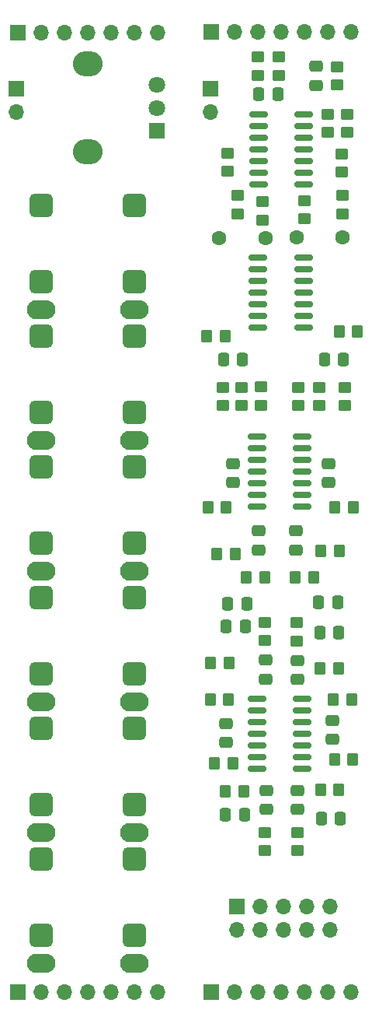
<source format=gbr>
%TF.GenerationSoftware,KiCad,Pcbnew,8.0.2*%
%TF.CreationDate,2025-05-20T09:10:07-07:00*%
%TF.ProjectId,ResEQ_Mini,52657345-515f-44d6-996e-692e6b696361,rev?*%
%TF.SameCoordinates,Original*%
%TF.FileFunction,Soldermask,Top*%
%TF.FilePolarity,Negative*%
%FSLAX46Y46*%
G04 Gerber Fmt 4.6, Leading zero omitted, Abs format (unit mm)*
G04 Created by KiCad (PCBNEW 8.0.2) date 2025-05-20 09:10:07*
%MOMM*%
%LPD*%
G01*
G04 APERTURE LIST*
G04 Aperture macros list*
%AMRoundRect*
0 Rectangle with rounded corners*
0 $1 Rounding radius*
0 $2 $3 $4 $5 $6 $7 $8 $9 X,Y pos of 4 corners*
0 Add a 4 corners polygon primitive as box body*
4,1,4,$2,$3,$4,$5,$6,$7,$8,$9,$2,$3,0*
0 Add four circle primitives for the rounded corners*
1,1,$1+$1,$2,$3*
1,1,$1+$1,$4,$5*
1,1,$1+$1,$6,$7*
1,1,$1+$1,$8,$9*
0 Add four rect primitives between the rounded corners*
20,1,$1+$1,$2,$3,$4,$5,0*
20,1,$1+$1,$4,$5,$6,$7,0*
20,1,$1+$1,$6,$7,$8,$9,0*
20,1,$1+$1,$8,$9,$2,$3,0*%
G04 Aperture macros list end*
%ADD10R,1.700000X1.700000*%
%ADD11O,1.700000X1.700000*%
%ADD12RoundRect,0.250000X0.450000X-0.350000X0.450000X0.350000X-0.450000X0.350000X-0.450000X-0.350000X0*%
%ADD13RoundRect,0.250000X-0.350000X-0.450000X0.350000X-0.450000X0.350000X0.450000X-0.350000X0.450000X0*%
%ADD14O,3.100000X2.100000*%
%ADD15RoundRect,0.650000X-0.650000X-0.650000X0.650000X-0.650000X0.650000X0.650000X-0.650000X0.650000X0*%
%ADD16RoundRect,0.250000X-0.450000X0.350000X-0.450000X-0.350000X0.450000X-0.350000X0.450000X0.350000X0*%
%ADD17RoundRect,0.250000X0.475000X-0.337500X0.475000X0.337500X-0.475000X0.337500X-0.475000X-0.337500X0*%
%ADD18RoundRect,0.150000X-0.825000X-0.150000X0.825000X-0.150000X0.825000X0.150000X-0.825000X0.150000X0*%
%ADD19RoundRect,0.250000X-0.475000X0.337500X-0.475000X-0.337500X0.475000X-0.337500X0.475000X0.337500X0*%
%ADD20RoundRect,0.250000X0.337500X0.475000X-0.337500X0.475000X-0.337500X-0.475000X0.337500X-0.475000X0*%
%ADD21O,3.240000X2.720000*%
%ADD22R,1.800000X1.800000*%
%ADD23C,1.800000*%
%ADD24RoundRect,0.250000X0.350000X0.450000X-0.350000X0.450000X-0.350000X-0.450000X0.350000X-0.450000X0*%
%ADD25RoundRect,0.250000X-0.337500X-0.475000X0.337500X-0.475000X0.337500X0.475000X-0.337500X0.475000X0*%
%ADD26C,1.600000*%
G04 APERTURE END LIST*
D10*
%TO.C,J14*%
X150007000Y-39853000D03*
D11*
X152547000Y-39853000D03*
X155087000Y-39853000D03*
X157627000Y-39853000D03*
X160167000Y-39853000D03*
X162707000Y-39853000D03*
X165247000Y-39853000D03*
%TD*%
D12*
%TO.C,R41*%
X153314400Y-80502000D03*
X153314400Y-78502000D03*
%TD*%
%TO.C,R35*%
X159461200Y-80502000D03*
X159461200Y-78502000D03*
%TD*%
D13*
%TO.C,R28*%
X153838400Y-99161600D03*
X155838400Y-99161600D03*
%TD*%
D14*
%TO.C,J1*%
X141624045Y-70081597D03*
D15*
X141624045Y-58681597D03*
X141624045Y-66981597D03*
%TD*%
D13*
%TO.C,R24*%
X163439600Y-119024400D03*
X165439600Y-119024400D03*
%TD*%
D10*
%TO.C,J15*%
X149982000Y-144272000D03*
D11*
X152522000Y-144272000D03*
X155062000Y-144272000D03*
X157602000Y-144272000D03*
X160142000Y-144272000D03*
X162682000Y-144272000D03*
X165222000Y-144272000D03*
%TD*%
D12*
%TO.C,R10*%
X157378400Y-44551600D03*
X157378400Y-42551600D03*
%TD*%
D16*
%TO.C,R37*%
X161747200Y-78502000D03*
X161747200Y-80502000D03*
%TD*%
D12*
%TO.C,R44*%
X160172400Y-60182000D03*
X160172400Y-58182000D03*
%TD*%
D14*
%TO.C,J3*%
X141624045Y-141201569D03*
D15*
X141624045Y-129801569D03*
X141624045Y-138101569D03*
%TD*%
D17*
%TO.C,C33*%
X162763200Y-88870700D03*
X162763200Y-86795700D03*
%TD*%
D18*
%TO.C,U3*%
X154954200Y-83870800D03*
X154954200Y-85140800D03*
X154954200Y-86410800D03*
X154954200Y-87680800D03*
X154954200Y-88950800D03*
X154954200Y-90220800D03*
X154954200Y-91490800D03*
X159904200Y-91490800D03*
X159904200Y-90220800D03*
X159904200Y-88950800D03*
X159904200Y-87680800D03*
X159904200Y-86410800D03*
X159904200Y-85140800D03*
X159904200Y-83870800D03*
%TD*%
%TO.C,U1*%
X155132000Y-48768000D03*
X155132000Y-50038000D03*
X155132000Y-51308000D03*
X155132000Y-52578000D03*
X155132000Y-53848000D03*
X155132000Y-55118000D03*
X155132000Y-56388000D03*
X160082000Y-56388000D03*
X160082000Y-55118000D03*
X160082000Y-53848000D03*
X160082000Y-52578000D03*
X160082000Y-51308000D03*
X160082000Y-50038000D03*
X160082000Y-48768000D03*
%TD*%
D12*
%TO.C,R55*%
X164185600Y-55102000D03*
X164185600Y-53102000D03*
%TD*%
D19*
%TO.C,C32*%
X152349200Y-86795700D03*
X152349200Y-88870700D03*
%TD*%
D12*
%TO.C,R56*%
X164287200Y-59623200D03*
X164287200Y-57623200D03*
%TD*%
D20*
%TO.C,C18*%
X153386700Y-75488800D03*
X151311700Y-75488800D03*
%TD*%
D21*
%TO.C,RV2*%
X136525000Y-52881600D03*
X136525000Y-43281600D03*
D22*
X144025000Y-50581600D03*
D23*
X144025000Y-48081600D03*
X144025000Y-45581600D03*
%TD*%
D14*
%TO.C,J10*%
X131464049Y-112753583D03*
D15*
X131464049Y-101353583D03*
X131464049Y-109653583D03*
%TD*%
D12*
%TO.C,R34*%
X164592000Y-80502000D03*
X164592000Y-78502000D03*
%TD*%
%TO.C,R14*%
X155803600Y-128914400D03*
X155803600Y-126914400D03*
%TD*%
D16*
%TO.C,R42*%
X155397200Y-78451200D03*
X155397200Y-80451200D03*
%TD*%
D14*
%TO.C,J7*%
X141630400Y-98529600D03*
D15*
X141630400Y-87129600D03*
X141630400Y-95429600D03*
%TD*%
D14*
%TO.C,J11*%
X141630400Y-126977600D03*
D15*
X141630400Y-115577600D03*
X141630400Y-123877600D03*
%TD*%
D24*
%TO.C,R25*%
X151876000Y-112471200D03*
X149876000Y-112471200D03*
%TD*%
D16*
%TO.C,R5*%
X159308800Y-104105200D03*
X159308800Y-106105200D03*
%TD*%
D17*
%TO.C,C35*%
X163220400Y-116810700D03*
X163220400Y-114735700D03*
%TD*%
D12*
%TO.C,R45*%
X155549600Y-60283600D03*
X155549600Y-58283600D03*
%TD*%
D25*
%TO.C,C1*%
X155172500Y-46599600D03*
X157247500Y-46599600D03*
%TD*%
D13*
%TO.C,R30*%
X161966400Y-96316800D03*
X163966400Y-96316800D03*
%TD*%
%TO.C,R32*%
X163490400Y-91541600D03*
X165490400Y-91541600D03*
%TD*%
D14*
%TO.C,J12*%
X131464049Y-126977573D03*
D15*
X131464049Y-115577573D03*
X131464049Y-123877573D03*
%TD*%
D17*
%TO.C,C8*%
X159359600Y-124430700D03*
X159359600Y-122355700D03*
%TD*%
D20*
%TO.C,C13*%
X153843900Y-102057200D03*
X151768900Y-102057200D03*
%TD*%
D12*
%TO.C,R50*%
X163677600Y-45618400D03*
X163677600Y-43618400D03*
%TD*%
D14*
%TO.C,J8*%
X131464049Y-98529587D03*
D15*
X131464049Y-87129587D03*
X131464049Y-95429587D03*
%TD*%
D13*
%TO.C,R36*%
X163947600Y-72390000D03*
X165947600Y-72390000D03*
%TD*%
D17*
%TO.C,C6*%
X156006800Y-124430700D03*
X156006800Y-122355700D03*
%TD*%
D19*
%TO.C,C4*%
X159359600Y-108233300D03*
X159359600Y-110308300D03*
%TD*%
%TO.C,C10*%
X155905200Y-108182500D03*
X155905200Y-110257500D03*
%TD*%
D14*
%TO.C,J9*%
X141624045Y-112753578D03*
D15*
X141624045Y-101353578D03*
X141624045Y-109653578D03*
%TD*%
D24*
%TO.C,R26*%
X161172400Y-99161600D03*
X159172400Y-99161600D03*
%TD*%
%TO.C,R17*%
X152333200Y-119380000D03*
X150333200Y-119380000D03*
%TD*%
D25*
%TO.C,C3*%
X161827300Y-105156000D03*
X163902300Y-105156000D03*
%TD*%
%TO.C,C7*%
X161979700Y-125425200D03*
X164054700Y-125425200D03*
%TD*%
D24*
%TO.C,R23*%
X151926800Y-108508800D03*
X149926800Y-108508800D03*
%TD*%
D13*
%TO.C,R22*%
X161915600Y-122275600D03*
X163915600Y-122275600D03*
%TD*%
D12*
%TO.C,R9*%
X155092400Y-44551600D03*
X155092400Y-42551600D03*
%TD*%
D14*
%TO.C,J4*%
X131464049Y-141201569D03*
D15*
X131464049Y-129801569D03*
X131464049Y-138101569D03*
%TD*%
D24*
%TO.C,R33*%
X151622000Y-91592400D03*
X149622000Y-91592400D03*
%TD*%
D12*
%TO.C,R54*%
X151790400Y-55000400D03*
X151790400Y-53000400D03*
%TD*%
D14*
%TO.C,J6*%
X131464049Y-84305587D03*
D15*
X131464049Y-72905587D03*
X131464049Y-81205587D03*
%TD*%
D20*
%TO.C,C9*%
X153691500Y-104495600D03*
X151616500Y-104495600D03*
%TD*%
D25*
%TO.C,C11*%
X161674900Y-101904800D03*
X163749900Y-101904800D03*
%TD*%
D16*
%TO.C,R20*%
X155854400Y-104070400D03*
X155854400Y-106070400D03*
%TD*%
D24*
%TO.C,R16*%
X153552400Y-122428000D03*
X151552400Y-122428000D03*
%TD*%
%TO.C,R43*%
X151485600Y-72898000D03*
X149485600Y-72898000D03*
%TD*%
D25*
%TO.C,C15*%
X162335300Y-75438000D03*
X164410300Y-75438000D03*
%TD*%
D17*
%TO.C,C14*%
X155194000Y-96185900D03*
X155194000Y-94110900D03*
%TD*%
D24*
%TO.C,R31*%
X152587200Y-96672400D03*
X150587200Y-96672400D03*
%TD*%
D13*
%TO.C,R6*%
X161864800Y-109067600D03*
X163864800Y-109067600D03*
%TD*%
D16*
%TO.C,R47*%
X162712400Y-48784000D03*
X162712400Y-50784000D03*
%TD*%
D17*
%TO.C,C12*%
X159258000Y-96185900D03*
X159258000Y-94110900D03*
%TD*%
D18*
%TO.C,U2*%
X155106600Y-64363600D03*
X155106600Y-65633600D03*
X155106600Y-66903600D03*
X155106600Y-68173600D03*
X155106600Y-69443600D03*
X155106600Y-70713600D03*
X155106600Y-71983600D03*
X160056600Y-71983600D03*
X160056600Y-70713600D03*
X160056600Y-69443600D03*
X160056600Y-68173600D03*
X160056600Y-66903600D03*
X160056600Y-65633600D03*
X160056600Y-64363600D03*
%TD*%
D16*
%TO.C,R46*%
X164846000Y-48784000D03*
X164846000Y-50784000D03*
%TD*%
D10*
%TO.C,J19*%
X149885000Y-45974000D03*
D11*
X149885000Y-48514000D03*
%TD*%
D12*
%TO.C,R39*%
X151282400Y-80502000D03*
X151282400Y-78502000D03*
%TD*%
%TO.C,R57*%
X152857200Y-59623200D03*
X152857200Y-57623200D03*
%TD*%
D19*
%TO.C,C34*%
X151638000Y-115091300D03*
X151638000Y-117166300D03*
%TD*%
D18*
%TO.C,U4*%
X154954200Y-112396300D03*
X154954200Y-113666300D03*
X154954200Y-114936300D03*
X154954200Y-116206300D03*
X154954200Y-117476300D03*
X154954200Y-118746300D03*
X154954200Y-120016300D03*
X159904200Y-120016300D03*
X159904200Y-118746300D03*
X159904200Y-117476300D03*
X159904200Y-116206300D03*
X159904200Y-114936300D03*
X159904200Y-113666300D03*
X159904200Y-112396300D03*
%TD*%
D13*
%TO.C,R8*%
X163287200Y-112471200D03*
X165287200Y-112471200D03*
%TD*%
D20*
%TO.C,C5*%
X153589900Y-125018800D03*
X151514900Y-125018800D03*
%TD*%
D12*
%TO.C,R18*%
X159359600Y-128914400D03*
X159359600Y-126914400D03*
%TD*%
D14*
%TO.C,J2*%
X131464049Y-70081597D03*
D15*
X131464049Y-58681597D03*
X131464049Y-66981597D03*
%TD*%
D14*
%TO.C,J5*%
X141624045Y-84305587D03*
D15*
X141624045Y-72905587D03*
X141624045Y-81205587D03*
%TD*%
D17*
%TO.C,C21*%
X161391600Y-45655900D03*
X161391600Y-43580900D03*
%TD*%
D26*
%TO.C,C19*%
X164338000Y-62179200D03*
X159338000Y-62179200D03*
%TD*%
D10*
%TO.C,J13*%
X152811400Y-134970600D03*
D11*
X152811400Y-137510600D03*
X155351400Y-134970600D03*
X155351400Y-137510600D03*
X157891400Y-134970600D03*
X157891400Y-137510600D03*
X160431400Y-134970600D03*
X160431400Y-137510600D03*
X162971400Y-134970600D03*
X162971400Y-137510600D03*
%TD*%
D10*
%TO.C,J17*%
X128900000Y-144272000D03*
D11*
X131440000Y-144272000D03*
X133980000Y-144272000D03*
X136520000Y-144272000D03*
X139060000Y-144272000D03*
X141600000Y-144272000D03*
X144140000Y-144272000D03*
%TD*%
D10*
%TO.C,J18*%
X128778000Y-45969000D03*
D11*
X128778000Y-48509000D03*
%TD*%
D26*
%TO.C,C20*%
X150876000Y-62230000D03*
X155876000Y-62230000D03*
%TD*%
D10*
%TO.C,J16*%
X128905000Y-39878000D03*
D11*
X131445000Y-39878000D03*
X133985000Y-39878000D03*
X136525000Y-39878000D03*
X139065000Y-39878000D03*
X141605000Y-39878000D03*
X144145000Y-39878000D03*
%TD*%
M02*

</source>
